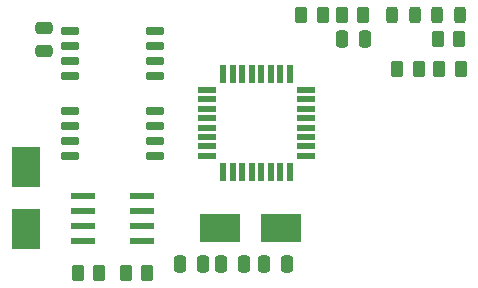
<source format=gbr>
%TF.GenerationSoftware,KiCad,Pcbnew,8.0.6*%
%TF.CreationDate,2025-03-25T13:24:27+01:00*%
%TF.ProjectId,MCU Datalogger,4d435520-4461-4746-916c-6f676765722e,1*%
%TF.SameCoordinates,Original*%
%TF.FileFunction,Paste,Top*%
%TF.FilePolarity,Positive*%
%FSLAX46Y46*%
G04 Gerber Fmt 4.6, Leading zero omitted, Abs format (unit mm)*
G04 Created by KiCad (PCBNEW 8.0.6) date 2025-03-25 13:24:27*
%MOMM*%
%LPD*%
G01*
G04 APERTURE LIST*
G04 Aperture macros list*
%AMRoundRect*
0 Rectangle with rounded corners*
0 $1 Rounding radius*
0 $2 $3 $4 $5 $6 $7 $8 $9 X,Y pos of 4 corners*
0 Add a 4 corners polygon primitive as box body*
4,1,4,$2,$3,$4,$5,$6,$7,$8,$9,$2,$3,0*
0 Add four circle primitives for the rounded corners*
1,1,$1+$1,$2,$3*
1,1,$1+$1,$4,$5*
1,1,$1+$1,$6,$7*
1,1,$1+$1,$8,$9*
0 Add four rect primitives between the rounded corners*
20,1,$1+$1,$2,$3,$4,$5,0*
20,1,$1+$1,$4,$5,$6,$7,0*
20,1,$1+$1,$6,$7,$8,$9,0*
20,1,$1+$1,$8,$9,$2,$3,0*%
G04 Aperture macros list end*
%ADD10R,3.500000X2.400000*%
%ADD11R,2.400000X3.500000*%
%ADD12RoundRect,0.068750X-0.206250X-0.666250X0.206250X-0.666250X0.206250X0.666250X-0.206250X0.666250X0*%
%ADD13RoundRect,0.068750X-0.666250X-0.206250X0.666250X-0.206250X0.666250X0.206250X-0.666250X0.206250X0*%
%ADD14RoundRect,0.150000X-0.650000X-0.150000X0.650000X-0.150000X0.650000X0.150000X-0.650000X0.150000X0*%
%ADD15RoundRect,0.073750X-0.911250X-0.221250X0.911250X-0.221250X0.911250X0.221250X-0.911250X0.221250X0*%
%ADD16RoundRect,0.250000X0.262500X0.450000X-0.262500X0.450000X-0.262500X-0.450000X0.262500X-0.450000X0*%
%ADD17RoundRect,0.250000X-0.262500X-0.450000X0.262500X-0.450000X0.262500X0.450000X-0.262500X0.450000X0*%
%ADD18RoundRect,0.243750X-0.243750X-0.456250X0.243750X-0.456250X0.243750X0.456250X-0.243750X0.456250X0*%
%ADD19RoundRect,0.243750X0.243750X0.456250X-0.243750X0.456250X-0.243750X-0.456250X0.243750X-0.456250X0*%
%ADD20RoundRect,0.250000X-0.475000X0.250000X-0.475000X-0.250000X0.475000X-0.250000X0.475000X0.250000X0*%
%ADD21RoundRect,0.250000X-0.250000X-0.475000X0.250000X-0.475000X0.250000X0.475000X-0.250000X0.475000X0*%
%ADD22RoundRect,0.250000X0.250000X0.475000X-0.250000X0.475000X-0.250000X-0.475000X0.250000X-0.475000X0*%
G04 APERTURE END LIST*
D10*
%TO.C,Y2*%
X125162000Y-141986000D03*
X130362000Y-141986000D03*
%TD*%
D11*
%TO.C,Y1*%
X108712000Y-142046000D03*
X108712000Y-136846000D03*
%TD*%
D12*
%TO.C,U4*%
X125470000Y-137266000D03*
X126270000Y-137266000D03*
X127070000Y-137266000D03*
X127870000Y-137266000D03*
X128670000Y-137266000D03*
X129470000Y-137266000D03*
X130270000Y-137266000D03*
X131070000Y-137266000D03*
X131070000Y-128926000D03*
X130270000Y-128926000D03*
X129470000Y-128926000D03*
X128670000Y-128926000D03*
X127870000Y-128926000D03*
X127070000Y-128926000D03*
X126270000Y-128926000D03*
X125470000Y-128926000D03*
D13*
X124100000Y-130296000D03*
X124100000Y-131096000D03*
X124100000Y-131896000D03*
X124100000Y-132696000D03*
X124100000Y-133496000D03*
X124100000Y-134296000D03*
X124100000Y-135096000D03*
X124100000Y-135896000D03*
X132440000Y-135896000D03*
X132440000Y-135096000D03*
X132440000Y-134296000D03*
X132440000Y-133496000D03*
X132440000Y-132696000D03*
X132440000Y-131896000D03*
X132440000Y-131096000D03*
X132440000Y-130296000D03*
%TD*%
D14*
%TO.C,U3*%
X112478000Y-132119000D03*
X112478000Y-133389000D03*
X112478000Y-134659000D03*
X112478000Y-135929000D03*
X119678000Y-135929000D03*
X119678000Y-134659000D03*
X119678000Y-133389000D03*
X119678000Y-132119000D03*
%TD*%
%TO.C,U2*%
X112478000Y-125349000D03*
X112478000Y-126619000D03*
X112478000Y-127889000D03*
X112478000Y-129159000D03*
X119678000Y-129159000D03*
X119678000Y-127889000D03*
X119678000Y-126619000D03*
X119678000Y-125349000D03*
%TD*%
D15*
%TO.C,U1*%
X118553000Y-139319000D03*
X118553000Y-140589000D03*
X118553000Y-141859000D03*
X118553000Y-143129000D03*
X113603000Y-143129000D03*
X113603000Y-141859000D03*
X113603000Y-140589000D03*
X113603000Y-139319000D03*
%TD*%
D16*
%TO.C,R7*%
X137310500Y-123952000D03*
X135485500Y-123952000D03*
%TD*%
%TO.C,R6*%
X141986000Y-128524000D03*
X140161000Y-128524000D03*
%TD*%
%TO.C,R5*%
X145438500Y-125984000D03*
X143613500Y-125984000D03*
%TD*%
%TO.C,R4*%
X133858000Y-123952000D03*
X132033000Y-123952000D03*
%TD*%
D17*
%TO.C,R3*%
X143717000Y-128524000D03*
X145542000Y-128524000D03*
%TD*%
%TO.C,R2*%
X117197500Y-145796000D03*
X119022500Y-145796000D03*
%TD*%
D16*
%TO.C,R1*%
X113133500Y-145796000D03*
X114958500Y-145796000D03*
%TD*%
D18*
%TO.C,D2*%
X139778500Y-123952000D03*
X141653500Y-123952000D03*
%TD*%
D19*
%TO.C,D1*%
X145463500Y-123952000D03*
X143588500Y-123952000D03*
%TD*%
D20*
%TO.C,C5*%
X110236000Y-125100000D03*
X110236000Y-127000000D03*
%TD*%
D21*
%TO.C,C4*%
X135514000Y-125984000D03*
X137414000Y-125984000D03*
%TD*%
%TO.C,C3*%
X128910000Y-145034000D03*
X130810000Y-145034000D03*
%TD*%
D22*
%TO.C,C2*%
X127188000Y-145034000D03*
X125288000Y-145034000D03*
%TD*%
%TO.C,C1*%
X123698000Y-145034000D03*
X121798000Y-145034000D03*
%TD*%
M02*

</source>
